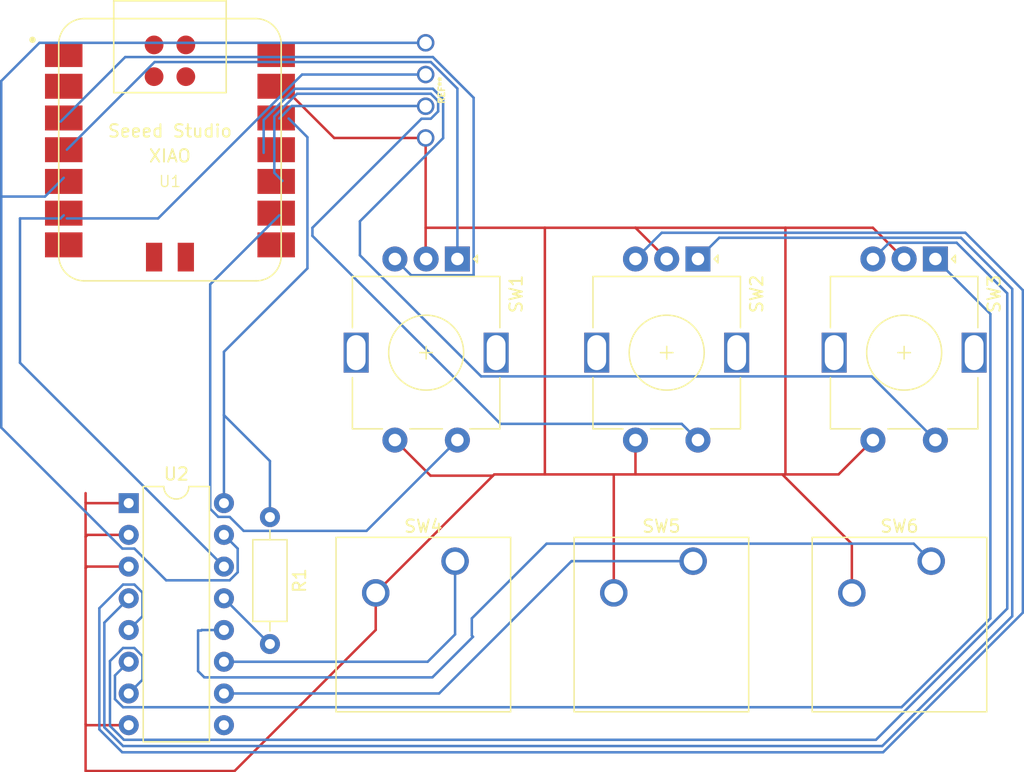
<source format=kicad_pcb>
(kicad_pcb (version 20240108) (generator "pcbnew") (generator_version "8.0")
  (layers (0 "F.Cu" signal) (31 "B.Cu" signal) (34 "B.Paste" user) (35 "F.Paste" user) (36 "B.SilkS" user "B.Silkscreen") (37 "F.SilkS" user "F.Silkscreen") (38 "B.Mask" user) (39 "F.Mask" user) (44 "Edge.Cuts" user))
  (net 0 "")
  (net 1 "VCC")
  (net 2 "GND")
  (net 3 "Net-(U1-PA7_A8_D8_SCK)")
  (net 4 "Net-(U1-PA5_A9_D9_MISO)")
  (net 5 "Net-(U1-PA11_A3_D3)")
  (net 6 "Net-(U1-PA10_A2_D2)")
  (net 7 "Net-(U1-PA6_A10_D10_MOSI)")
  (net 9 "Net-(OL1-SCL)")
  (net 10 "Net-(OL1-SDA)")
  (net 11 "Net-(U2-P1)")
  (net 12 "Net-(U2-P0)")
  (net 13 "Net-(U2-P2)")
  (net 14 "Net-(U2-P3)")
  (net 15 "Net-(U2-P6)")
  (net 16 "Net-(U2-P5)")
  (net 17 "Net-(U2-P7)")
  (net 18 "IO_INT")
  (footprint "Resistor_THT:R_Axial_DIN0207_L6.3mm_D2.5mm_P10.16mm_Horizontal" (layer "F.Cu") (at 143.935 127.285 -90)
    (property "Reference" "R1" (at 5.08 -2.37 90) (layer "F.SilkS"))
    (property "Value" "10k")
    (fp_line (start 1.81 1.37) (end 8.35 1.37) (stroke (width 0.12)) (layer "F.SilkS"))
    (fp_line (start 8.35 1.37) (end 8.35 -1.37) (stroke (width 0.12)) (layer "F.SilkS"))
    (fp_line (start 1.04 0) (end 1.81 0) (stroke (width 0.12)) (layer "F.SilkS"))
    (fp_line (start 9.12 0) (end 8.35 0) (stroke (width 0.12)) (layer "F.SilkS"))
    (fp_line (start 1.81 -1.37) (end 1.81 1.37) (stroke (width 0.12)) (layer "F.SilkS"))
    (fp_line (start 8.35 -1.37) (end 1.81 -1.37) (stroke (width 0.12)) (layer "F.SilkS"))
    (pad "1" thru_hole circle (at 0 0 270) (size 1.6 1.6) (drill 0.8) (layers "*.Cu" "*.Mask") (net 1 "VCC"))
    (pad "2" thru_hole oval (at 10.16 0 270) (size 1.6 1.6) (drill 0.8) (layers "*.Cu" "*.Mask") (net 18 "IO_INT"))
  )
  (footprint "Rotary_Encoder:RotaryEncoder_Alps_EC11E-Switch_Vertical_H20mm" (layer "F.Cu") (at 197.185 106.615 -90)
    (property "Reference" "SW3" (at 2.8 -4.7 90) (layer "F.SilkS"))
    (property "Value" "RotaryEncoder_Switch")
    (fp_line (start 5.5 8.4) (end 1.4 8.4) (stroke (width 0.12)) (layer "F.SilkS"))
    (fp_line (start 13.6 8.4) (end 9.5 8.4) (stroke (width 0.12)) (layer "F.SilkS"))
    (fp_line (start 13.6 6) (end 13.6 8.4) (stroke (width 0.12)) (layer "F.SilkS"))
    (fp_line (start 7 2.5) (end 8 2.5) (stroke (width 0.12)) (layer "F.SilkS"))
    (fp_line (start 7.5 2) (end 7.5 3) (stroke (width 0.12)) (layer "F.SilkS"))
    (fp_line (start 13.6 1.2) (end 13.6 3.8) (stroke (width 0.12)) (layer "F.SilkS"))
    (fp_line (start 0 -1.3) (end -0.3 -1.6) (stroke (width 0.12)) (layer "F.SilkS"))
    (fp_line (start -0.3 -1.6) (end 0.3 -1.6) (stroke (width 0.12)) (layer "F.SilkS"))
    (fp_line (start 0.3 -1.6) (end 0 -1.3) (stroke (width 0.12)) (layer "F.SilkS"))
    (fp_line (start 1.4 -3.4) (end 1.4 8.4) (stroke (width 0.12)) (layer "F.SilkS"))
    (fp_line (start 5.5 -3.4) (end 1.4 -3.4) (stroke (width 0.12)) (layer "F.SilkS"))
    (fp_line (start 9.5 -3.4) (end 13.6 -3.4) (stroke (width 0.12)) (layer "F.SilkS"))
    (fp_line (start 13.6 -3.4) (end 13.6 -1) (stroke (width 0.12)) (layer "F.SilkS"))
    (fp_circle (center 7.5 2.5) (end 10.5 2.5) (stroke (width 0.12)) (fill none) (layer "F.SilkS"))
    (pad "A" thru_hole rect (at 0 0 270) (size 2 2) (drill 1) (layers "*.Cu" "*.Mask") (net 13 "Net-(U2-P2)"))
    (pad "B" thru_hole circle (at 0 5 270) (size 2 2) (drill 1) (layers "*.Cu" "*.Mask") (net 14 "Net-(U2-P3)"))
    (pad "C" thru_hole circle (at 0 2.5 270) (size 2 2) (drill 1) (layers "*.Cu" "*.Mask") (net 2 "GND"))
    (pad "MP" thru_hole rect (at 7.5 -3.1 270) (size 3.2 2) (drill oval 2.8 1.5) (layers "*.Cu" "*.Mask"))
    (pad "MP" thru_hole rect (at 7.5 8.1 270) (size 3.2 2) (drill oval 2.8 1.5) (layers "*.Cu" "*.Mask"))
    (pad "S1" thru_hole circle (at 14.5 5 270) (size 2 2) (drill 1) (layers "*.Cu" "*.Mask") (net 2 "GND"))
    (pad "S2" thru_hole circle (at 14.5 0 270) (size 2 2) (drill 1) (layers "*.Cu" "*.Mask") (net 7 "Net-(U1-PA6_A10_D10_MOSI)"))
  )
  (footprint "Button_Switch_Keyboard:SW_Cherry_MX_1.00u_PCB" (layer "F.Cu") (at 196.85 130.81)
    (property "Reference" "SW6" (at -2.54 -2.794 0) (layer "F.SilkS"))
    (property "Value" "SW_Push")
    (fp_line (start -9.525 -1.905) (end 4.445 -1.905) (stroke (width 0.12)) (layer "F.SilkS"))
    (fp_line (start -9.525 12.065) (end -9.525 -1.905) (stroke (width 0.12)) (layer "F.SilkS"))
    (fp_line (start 4.445 -1.905) (end 4.445 12.065) (stroke (width 0.12)) (layer "F.SilkS"))
    (fp_line (start 4.445 12.065) (end -9.525 12.065) (stroke (width 0.12)) (layer "F.SilkS"))
    (pad "" np_thru_hole circle (at -7.62 5.08) (size 1.7 1.7) (drill 1.7) (layers "*.Cu" "*.Mask"))
    (pad "" np_thru_hole circle (at -2.54 5.08) (size 4 4) (drill 4) (layers "*.Cu" "*.Mask"))
    (pad "" np_thru_hole circle (at 2.54 5.08) (size 1.7 1.7) (drill 1.7) (layers "*.Cu" "*.Mask"))
    (pad "1" thru_hole circle (at 0 0) (size 2.2 2.2) (drill 1.5) (layers "*.Cu" "*.Mask") (net 17 "Net-(U2-P7)"))
    (pad "2" thru_hole circle (at -6.35 2.54) (size 2.2 2.2) (drill 1.5) (layers "*.Cu" "*.Mask") (net 2 "GND"))
  )
  (footprint "Rotary_Encoder:RotaryEncoder_Alps_EC11E-Switch_Vertical_H20mm" (layer "F.Cu") (at 178.185 106.615 -90)
    (property "Reference" "SW2" (at 2.8 -4.7 90) (layer "F.SilkS"))
    (property "Value" "RotaryEncoder_Switch")
    (fp_line (start 5.5 8.4) (end 1.4 8.4) (stroke (width 0.12)) (layer "F.SilkS"))
    (fp_line (start 13.6 8.4) (end 9.5 8.4) (stroke (width 0.12)) (layer "F.SilkS"))
    (fp_line (start 13.6 6) (end 13.6 8.4) (stroke (width 0.12)) (layer "F.SilkS"))
    (fp_line (start 7 2.5) (end 8 2.5) (stroke (width 0.12)) (layer "F.SilkS"))
    (fp_line (start 7.5 2) (end 7.5 3) (stroke (width 0.12)) (layer "F.SilkS"))
    (fp_line (start 13.6 1.2) (end 13.6 3.8) (stroke (width 0.12)) (layer "F.SilkS"))
    (fp_line (start 0 -1.3) (end -0.3 -1.6) (stroke (width 0.12)) (layer "F.SilkS"))
    (fp_line (start -0.3 -1.6) (end 0.3 -1.6) (stroke (width 0.12)) (layer "F.SilkS"))
    (fp_line (start 0.3 -1.6) (end 0 -1.3) (stroke (width 0.12)) (layer "F.SilkS"))
    (fp_line (start 1.4 -3.4) (end 1.4 8.4) (stroke (width 0.12)) (layer "F.SilkS"))
    (fp_line (start 5.5 -3.4) (end 1.4 -3.4) (stroke (width 0.12)) (layer "F.SilkS"))
    (fp_line (start 9.5 -3.4) (end 13.6 -3.4) (stroke (width 0.12)) (layer "F.SilkS"))
    (fp_line (start 13.6 -3.4) (end 13.6 -1) (stroke (width 0.12)) (layer "F.SilkS"))
    (fp_circle (center 7.5 2.5) (end 10.5 2.5) (stroke (width 0.12)) (fill none) (layer "F.SilkS"))
    (pad "A" thru_hole rect (at 0 0 270) (size 2 2) (drill 1) (layers "*.Cu" "*.Mask") (net 12 "Net-(U2-P0)"))
    (pad "B" thru_hole circle (at 0 5 270) (size 2 2) (drill 1) (layers "*.Cu" "*.Mask") (net 11 "Net-(U2-P1)"))
    (pad "C" thru_hole circle (at 0 2.5 270) (size 2 2) (drill 1) (layers "*.Cu" "*.Mask") (net 2 "GND"))
    (pad "MP" thru_hole rect (at 7.5 -3.1 270) (size 3.2 2) (drill oval 2.8 1.5) (layers "*.Cu" "*.Mask"))
    (pad "MP" thru_hole rect (at 7.5 8.1 270) (size 3.2 2) (drill oval 2.8 1.5) (layers "*.Cu" "*.Mask"))
    (pad "S1" thru_hole circle (at 14.5 5 270) (size 2 2) (drill 1) (layers "*.Cu" "*.Mask") (net 2 "GND"))
    (pad "S2" thru_hole circle (at 14.5 0 270) (size 2 2) (drill 1) (layers "*.Cu" "*.Mask") (net 4 "Net-(U1-PA5_A9_D9_MISO)"))
  )
  (footprint "Rotary_Encoder:RotaryEncoder_Alps_EC11E-Switch_Vertical_H20mm" (layer "F.Cu") (at 158.935 106.615 -90)
    (property "Reference" "SW1" (at 2.8 -4.7 90) (layer "F.SilkS"))
    (property "Value" "RotaryEncoder_Switch")
    (fp_line (start 5.5 8.4) (end 1.4 8.4) (stroke (width 0.12)) (layer "F.SilkS"))
    (fp_line (start 13.6 8.4) (end 9.5 8.4) (stroke (width 0.12)) (layer "F.SilkS"))
    (fp_line (start 13.6 6) (end 13.6 8.4) (stroke (width 0.12)) (layer "F.SilkS"))
    (fp_line (start 7 2.5) (end 8 2.5) (stroke (width 0.12)) (layer "F.SilkS"))
    (fp_line (start 7.5 2) (end 7.5 3) (stroke (width 0.12)) (layer "F.SilkS"))
    (fp_line (start 13.6 1.2) (end 13.6 3.8) (stroke (width 0.12)) (layer "F.SilkS"))
    (fp_line (start 0 -1.3) (end -0.3 -1.6) (stroke (width 0.12)) (layer "F.SilkS"))
    (fp_line (start -0.3 -1.6) (end 0.3 -1.6) (stroke (width 0.12)) (layer "F.SilkS"))
    (fp_line (start 0.3 -1.6) (end 0 -1.3) (stroke (width 0.12)) (layer "F.SilkS"))
    (fp_line (start 1.4 -3.4) (end 1.4 8.4) (stroke (width 0.12)) (layer "F.SilkS"))
    (fp_line (start 5.5 -3.4) (end 1.4 -3.4) (stroke (width 0.12)) (layer "F.SilkS"))
    (fp_line (start 9.5 -3.4) (end 13.6 -3.4) (stroke (width 0.12)) (layer "F.SilkS"))
    (fp_line (start 13.6 -3.4) (end 13.6 -1) (stroke (width 0.12)) (layer "F.SilkS"))
    (fp_circle (center 7.5 2.5) (end 10.5 2.5) (stroke (width 0.12)) (fill none) (layer "F.SilkS"))
    (pad "A" thru_hole rect (at 0 0 270) (size 2 2) (drill 1) (layers "*.Cu" "*.Mask") (net 5 "Net-(U1-PA11_A3_D3)"))
    (pad "B" thru_hole circle (at 0 5 270) (size 2 2) (drill 1) (layers "*.Cu" "*.Mask") (net 6 "Net-(U1-PA10_A2_D2)"))
    (pad "C" thru_hole circle (at 0 2.5 270) (size 2 2) (drill 1) (layers "*.Cu" "*.Mask") (net 2 "GND"))
    (pad "MP" thru_hole rect (at 7.5 -3.1 270) (size 3.2 2) (drill oval 2.8 1.5) (layers "*.Cu" "*.Mask"))
    (pad "MP" thru_hole rect (at 7.5 8.1 270) (size 3.2 2) (drill oval 2.8 1.5) (layers "*.Cu" "*.Mask"))
    (pad "S1" thru_hole circle (at 14.5 5 270) (size 2 2) (drill 1) (layers "*.Cu" "*.Mask") (net 2 "GND"))
    (pad "S2" thru_hole circle (at 14.5 0 270) (size 2 2) (drill 1) (layers "*.Cu" "*.Mask") (net 3 "Net-(U1-PA7_A8_D8_SCK)"))
  )
  (footprint "kbd:OLED" (layer "F.Cu") (at 156.395 93.115 -90)
    (property "Reference" "OL1")
    (property "Value" "OLED" (hide yes))
    (fp_text user "REF**" (at -0.01 -1.28 90) (layer "F.SilkS") (effects (font (size 0.5 0.5) (thickness 0.125) (bold yes))))
    (pad "1" thru_hole circle (at -3.81 0 270) (size 1.4 1.4) (drill 1) (layers "*.Cu" "*.Mask") (net 10 "Net-(OL1-SDA)"))
    (pad "2" thru_hole circle (at -1.27 0 270) (size 1.4 1.4) (drill 1) (layers "*.Cu" "*.Mask") (net 9 "Net-(OL1-SCL)"))
    (pad "3" thru_hole circle (at 1.27 0 270) (size 1.4 1.4) (drill 1) (layers "*.Cu" "*.Mask") (net 1 "VCC"))
    (pad "4" thru_hole circle (at 3.81 0 270) (size 1.4 1.4) (drill 1) (layers "*.Cu" "*.Mask") (net 2 "GND"))
  )
  (footprint "Button_Switch_Keyboard:SW_Cherry_MX_1.00u_PCB" (layer "F.Cu") (at 177.8 130.81)
    (property "Reference" "SW5" (at -2.54 -2.794 0) (layer "F.SilkS"))
    (property "Value" "SW_Push")
    (fp_line (start -9.525 -1.905) (end 4.445 -1.905) (stroke (width 0.12)) (layer "F.SilkS"))
    (fp_line (start -9.525 12.065) (end -9.525 -1.905) (stroke (width 0.12)) (layer "F.SilkS"))
    (fp_line (start 4.445 -1.905) (end 4.445 12.065) (stroke (width 0.12)) (layer "F.SilkS"))
    (fp_line (start 4.445 12.065) (end -9.525 12.065) (stroke (width 0.12)) (layer "F.SilkS"))
    (pad "" np_thru_hole circle (at -7.62 5.08) (size 1.7 1.7) (drill 1.7) (layers "*.Cu" "*.Mask"))
    (pad "" np_thru_hole circle (at -2.54 5.08) (size 4 4) (drill 4) (layers "*.Cu" "*.Mask"))
    (pad "" np_thru_hole circle (at 2.54 5.08) (size 1.7 1.7) (drill 1.7) (layers "*.Cu" "*.Mask"))
    (pad "1" thru_hole circle (at 0 0) (size 2.2 2.2) (drill 1.5) (layers "*.Cu" "*.Mask") (net 16 "Net-(U2-P5)"))
    (pad "2" thru_hole circle (at -6.35 2.54) (size 2.2 2.2) (drill 1.5) (layers "*.Cu" "*.Mask") (net 2 "GND"))
  )
  (footprint "Package_DIP:DIP-16_W7.62mm" (layer "F.Cu") (at 132.635 126.165)
    (property "Reference" "U2" (at 3.81 -2.33 0) (layer "F.SilkS"))
    (property "Value" "PCF8574A")
    (fp_line (start 1.16 -1.33) (end 1.16 19.11) (stroke (width 0.12)) (layer "F.SilkS"))
    (fp_line (start 1.16 19.11) (end 6.46 19.11) (stroke (width 0.12)) (layer "F.SilkS"))
    (fp_line (start 2.81 -1.33) (end 1.16 -1.33) (stroke (width 0.12)) (layer "F.SilkS"))
    (fp_line (start 6.46 -1.33) (end 4.81 -1.33) (stroke (width 0.12)) (layer "F.SilkS"))
    (fp_line (start 6.46 19.11) (end 6.46 -1.33) (stroke (width 0.12)) (layer "F.SilkS"))
    (fp_arc (start 4.81 -1.33) (mid 3.81 -0.33) (end 2.81 -1.33) (stroke (width 0.12)) (layer "F.SilkS"))
    (pad "1" thru_hole rect (at 0 0) (size 1.6 1.6) (drill 0.8) (layers "*.Cu" "*.Mask") (net 2 "GND"))
    (pad "2" thru_hole oval (at 0 2.54) (size 1.6 1.6) (drill 0.8) (layers "*.Cu" "*.Mask") (net 2 "GND"))
    (pad "3" thru_hole oval (at 0 5.08) (size 1.6 1.6) (drill 0.8) (layers "*.Cu" "*.Mask") (net 2 "GND"))
    (pad "4" thru_hole oval (at 0 7.62) (size 1.6 1.6) (drill 0.8) (layers "*.Cu" "*.Mask") (net 12 "Net-(U2-P0)"))
    (pad "5" thru_hole oval (at 0 10.16) (size 1.6 1.6) (drill 0.8) (layers "*.Cu" "*.Mask") (net 11 "Net-(U2-P1)"))
    (pad "6" thru_hole oval (at 0 12.7) (size 1.6 1.6) (drill 0.8) (layers "*.Cu" "*.Mask") (net 13 "Net-(U2-P2)"))
    (pad "7" thru_hole oval (at 0 15.24) (size 1.6 1.6) (drill 0.8) (layers "*.Cu" "*.Mask") (net 14 "Net-(U2-P3)"))
    (pad "8" thru_hole oval (at 0 17.78) (size 1.6 1.6) (drill 0.8) (layers "*.Cu" "*.Mask") (net 2 "GND"))
    (pad "9" thru_hole oval (at 7.62 17.78) (size 1.6 1.6) (drill 0.8) (layers "*.Cu" "*.Mask"))
    (pad "10" thru_hole oval (at 7.62 15.24) (size 1.6 1.6) (drill 0.8) (layers "*.Cu" "*.Mask") (net 16 "Net-(U2-P5)"))
    (pad "11" thru_hole oval (at 7.62 12.7) (size 1.6 1.6) (drill 0.8) (layers "*.Cu" "*.Mask") (net 15 "Net-(U2-P6)"))
    (pad "12" thru_hole oval (at 7.62 10.16) (size 1.6 1.6) (drill 0.8) (layers "*.Cu" "*.Mask") (net 17 "Net-(U2-P7)"))
    (pad "13" thru_hole oval (at 7.62 7.62) (size 1.6 1.6) (drill 0.8) (layers "*.Cu" "*.Mask") (net 18 "IO_INT"))
    (pad "14" thru_hole oval (at 7.62 5.08) (size 1.6 1.6) (drill 0.8) (layers "*.Cu" "*.Mask") (net 9 "Net-(OL1-SCL)"))
    (pad "15" thru_hole oval (at 7.62 2.54) (size 1.6 1.6) (drill 0.8) (layers "*.Cu" "*.Mask") (net 10 "Net-(OL1-SDA)"))
    (pad "16" thru_hole oval (at 7.62 0) (size 1.6 1.6) (drill 0.8) (layers "*.Cu" "*.Mask") (net 1 "VCC"))
  )
  (footprint "Button_Switch_Keyboard:SW_Cherry_MX_1.00u_PCB" (layer "F.Cu") (at 158.75 130.81)
    (property "Reference" "SW4" (at -2.54 -2.794 0) (layer "F.SilkS"))
    (property "Value" "SW_Push")
    (fp_line (start -9.525 -1.905) (end 4.445 -1.905) (stroke (width 0.12)) (layer "F.SilkS"))
    (fp_line (start -9.525 12.065) (end -9.525 -1.905) (stroke (width 0.12)) (layer "F.SilkS"))
    (fp_line (start 4.445 -1.905) (end 4.445 12.065) (stroke (width 0.12)) (layer "F.SilkS"))
    (fp_line (start 4.445 12.065) (end -9.525 12.065) (stroke (width 0.12)) (layer "F.SilkS"))
    (pad "" np_thru_hole circle (at -7.62 5.08) (size 1.7 1.7) (drill 1.7) (layers "*.Cu" "*.Mask"))
    (pad "" np_thru_hole circle (at -2.54 5.08) (size 4 4) (drill 4) (layers "*.Cu" "*.Mask"))
    (pad "" np_thru_hole circle (at 2.54 5.08) (size 1.7 1.7) (drill 1.7) (layers "*.Cu" "*.Mask"))
    (pad "1" thru_hole circle (at 0 0) (size 2.2 2.2) (drill 1.5) (layers "*.Cu" "*.Mask") (net 15 "Net-(U2-P6)"))
    (pad "2" thru_hole circle (at -6.35 2.54) (size 2.2 2.2) (drill 1.5) (layers "*.Cu" "*.Mask") (net 2 "GND"))
  )
  (footprint "Seeed Studio XIAO Series Library:XIAO-SAMD21-RP2040-14P-2.54-21X17.8MM (Seeeduino XIAO)" (layer "F.Cu") (at 135.935 97.865)
    (property "Reference" "U1" (at 0 2.54 0) (layer "F.SilkS") (effects (font (size 0.889 0.889) (thickness 0.1016))))
    (property "Value" "Seeed Studio XIAO SAMD21" (hide yes))
    (fp_line (start -8.9 -8.5) (end -8.9 8.5) (stroke (width 0.127)) (layer "F.SilkS"))
    (fp_line (start -6.9 10.5) (end 6.9 10.5) (stroke (width 0.127)) (layer "F.SilkS"))
    (fp_line (start -4.5 -11.92403) (end 4.5 -11.92403) (stroke (width 0.127)) (layer "F.SilkS"))
    (fp_line (start -4.5 -4.57073) (end -4.5 -11.92403) (stroke (width 0.127)) (layer "F.SilkS"))
    (fp_line (start 4.5 -11.92403) (end 4.5 -4.57073) (stroke (width 0.127)) (layer "F.SilkS"))
    (fp_line (start 4.5 -4.57073) (end -4.5 -4.57073) (stroke (width 0.127)) (layer "F.SilkS"))
    (fp_line (start 6.9 -10.49909) (end -6.9 -10.49909) (stroke (width 0.127)) (layer "F.SilkS"))
    (fp_line (start 8.9 8.5) (end 8.9 -8.5) (stroke (width 0.127)) (layer "F.SilkS"))
    (fp_arc (start -8.9 -8.5) (mid -8.301491 -9.901491) (end -6.9 -10.5) (stroke (width 0.12)) (layer "F.SilkS"))
    (fp_arc (start -6.9 10.5) (mid -8.301423 9.901423) (end -8.9 8.5) (stroke (width 0.12)) (layer "F.SilkS"))
    (fp_arc (start 6.9 -10.5) (mid 8.301492 -9.901492) (end 8.9 -8.5) (stroke (width 0.12)) (layer "F.SilkS"))
    (fp_arc (start 8.9 8.5) (mid 8.314214 9.914214) (end 6.9 10.5) (stroke (width 0.12)) (layer "F.SilkS"))
    (fp_circle (center -11 -8.8) (end -11 -9.054) (fill solid) (layer "F.SilkS"))
    (fp_poly (pts (xy -8.887715 -8.561705) (xy -8.884667 -8.610473) (xy -8.880603 -8.659494)) (stroke (width 0.0254)) (fill none) (layer "F.SilkS"))
    (fp_poly (pts (xy 8.889492 8.521574) (xy 8.887713 8.57085) (xy 8.884665 8.619618) (xy 8.880601 8.668639) (xy 8.875268 8.717407) (xy 8.868664 8.766175) (xy 8.861044 8.81469) (xy 8.852153 8.86295) (xy 8.842248 8.910955)) (stroke (width 0.0254)) (fill none) (layer "F.SilkS"))
    (fp_text user "XIAO" (at 0 0.5 0) (layer "F.SilkS"))
    (fp_text user "Seeed Studio" (at 0 -1.5 0) (layer "F.SilkS"))
    (pad "1" smd rect (at -8.5 -7.62) (size 3 2) (layers "F.Cu" "F.Paste" "F.Mask"))
    (pad "2" smd rect (at -8.5 -5.08) (size 3 2) (layers "F.Cu" "F.Paste" "F.Mask"))
    (pad "3" smd rect (at -8.5 -2.54) (size 3 2) (layers "F.Cu" "F.Paste" "F.Mask") (net 6 "Net-(U1-PA10_A2_D2)"))
    (pad "4" smd rect (at -8.5 0) (size 3 2) (layers "F.Cu" "F.Paste" "F.Mask") (net 5 "Net-(U1-PA11_A3_D3)"))
    (pad "5" smd rect (at -8.5 2.54) (size 3 2) (layers "F.Cu" "F.Paste" "F.Mask") (net 10 "Net-(OL1-SDA)"))
    (pad "6" smd rect (at -8.5 5.08 180) (size 3 2) (layers "F.Cu" "F.Paste" "F.Mask") (net 9 "Net-(OL1-SCL)"))
    (pad "7" smd rect (at -8.5 7.62) (size 3 2) (layers "F.Cu" "F.Paste" "F.Mask") (net 18 "IO_INT"))
    (pad "8" smd rect (at 8.5 7.62) (size 3 2) (layers "F.Cu" "F.Paste" "F.Mask"))
    (pad "9" smd rect (at 8.5 5.08) (size 3 2) (layers "F.Cu" "F.Paste" "F.Mask") (net 3 "Net-(U1-PA7_A8_D8_SCK)"))
    (pad "10" smd rect (at 8.5 2.54) (size 3 2) (layers "F.Cu" "F.Paste" "F.Mask") (net 4 "Net-(U1-PA5_A9_D9_MISO)"))
    (pad "11" smd rect (at 8.5 0) (size 3 2) (layers "F.Cu" "F.Paste" "F.Mask") (net 7 "Net-(U1-PA6_A10_D10_MOSI)"))
    (pad "12" smd rect (at 8.5 -2.54) (size 3 2) (layers "F.Cu" "F.Paste" "F.Mask") (net 1 "VCC"))
    (pad "13" smd rect (at 8.5 -5.08) (size 3 2) (layers "F.Cu" "F.Paste" "F.Mask") (net 2 "GND"))
    (pad "14" smd rect (at 8.5 -7.62) (size 3 2) (layers "F.Cu" "F.Paste" "F.Mask"))
    (pad "15" smd circle (at -1.27 -8.39 90) (size 1.5 1.5) (layers "F.Cu" "F.Paste" "F.Mask"))
    (pad "16" smd circle (at 1.27 -8.39 90) (size 1.5 1.5) (layers "F.Cu" "F.Paste" "F.Mask") (net 2 "GND"))
    (pad "17" smd circle (at -1.27 -5.85 90) (size 1.5 1.5) (layers "F.Cu" "F.Paste" "F.Mask"))
    (pad "18" smd circle (at 1.27 -5.85 90) (size 1.5 1.5) (layers "F.Cu" "F.Paste" "F.Mask"))
    (pad "19" smd rect (at -1.27 8.6 90) (size 2.3 1.3) (layers "F.Cu" "F.Paste" "F.Mask"))
    (pad "20" smd rect (at 1.27 8.6 90) (size 2.3 1.3) (layers "F.Cu" "F.Paste" "F.Mask"))
  )
  (segment (start 146.935 107.365) (end 146.935 96.865) (width 0.2) (layer "B.Cu") (net 1))
  (segment (start 140.255 119.115) (end 140.255 114.045) (width 0.2) (layer "B.Cu") (net 1))
  (segment (start 156.435 94.365) (end 145.685 94.365) (width 0.2) (layer "B.Cu") (net 1))
  (segment (start 146.935 96.865) (end 145.435 95.365) (width 0.2) (layer "B.Cu") (net 1))
  (segment (start 143.935 122.795) (end 140.255 119.115) (width 0.2) (layer "B.Cu") (net 1))
  (segment (start 145.685 94.365) (end 144.685 95.365) (width 0.2) (layer "B.Cu") (net 1))
  (segment (start 140.255 114.045) (end 146.935 107.365) (width 0.2) (layer "B.Cu") (net 1))
  (segment (start 143.935 127.285) (end 143.935 122.795) (width 0.2) (layer "B.Cu") (net 1))
  (segment (start 140.255 126.165) (end 140.255 119.115) (width 0.2) (layer "B.Cu") (net 1))
  (segment (start 156.415 94.385) (end 156.435 94.365) (width 0.2) (layer "B.Cu") (net 1))
  (segment (start 156.395 94.385) (end 156.415 94.385) (width 0.2) (layer "B.Cu") (net 1))
  (segment (start 161.785 123.965) (end 161.885 123.865) (width 0.2) (layer "F.Cu") (net 2))
  (segment (start 144.935 92.785) (end 149.075 96.925) (width 0.2) (layer "F.Cu") (net 2))
  (segment (start 165.935 123.865) (end 171.435 123.865) (width 0.2) (layer "F.Cu") (net 2))
  (segment (start 129.185 126.115) (end 129.185 125.365) (width 0.2) (layer "F.Cu") (net 2))
  (segment (start 152.4 133.35) (end 152.4 136.317056) (width 0.2) (layer "F.Cu") (net 2))
  (segment (start 173.185 121.115) (end 173.185 123.865) (width 0.2) (layer "F.Cu") (net 2))
  (segment (start 129.185 147.615) (end 129.185 143.865) (width 0.2) (layer "F.Cu") (net 2))
  (segment (start 171.435 123.865) (end 173.185 123.865) (width 0.2) (layer "F.Cu") (net 2))
  (segment (start 132.635 131.245) (end 129.305 131.245) (width 0.2) (layer "F.Cu") (net 2))
  (segment (start 156.785 123.965) (end 161.785 123.965) (width 0.2) (layer "F.Cu") (net 2))
  (segment (start 129.185 131.365) (end 129.185 128.865) (width 0.2) (layer "F.Cu") (net 2))
  (segment (start 144.435 92.785) (end 144.935 92.785) (width 0.2) (layer "F.Cu") (net 2))
  (segment (start 132.635 126.165) (end 129.235 126.165) (width 0.2) (layer "F.Cu") (net 2))
  (segment (start 184.935 123.865) (end 185.185 123.865) (width 0.2) (layer "F.Cu") (net 2))
  (segment (start 171.45 123.88) (end 171.435 123.865) (width 0.2) (layer "F.Cu") (net 2))
  (segment (start 129.265 143.945) (end 129.185 143.865) (width 0.2) (layer "F.Cu") (net 2))
  (segment (start 175.685 106.615) (end 173.185 104.115) (width 0.2) (layer "F.Cu") (net 2))
  (segment (start 165.935 104.115) (end 165.935 123.865) (width 0.2) (layer "F.Cu") (net 2))
  (segment (start 153.935 121.115) (end 156.785 123.965) (width 0.2) (layer "F.Cu") (net 2))
  (segment (start 132.635 128.705) (end 129.345 128.705) (width 0.2) (layer "F.Cu") (net 2))
  (segment (start 129.185 128.865) (end 129.185 126.115) (width 0.2) (layer "F.Cu") (net 2))
  (segment (start 194.685 106.615) (end 192.185 104.115) (width 0.2) (layer "F.Cu") (net 2))
  (segment (start 132.635 143.945) (end 129.265 143.945) (width 0.2) (layer "F.Cu") (net 2))
  (segment (start 129.345 128.705) (end 129.185 128.865) (width 0.2) (layer "F.Cu") (net 2))
  (segment (start 149.075 96.925) (end 156.395 96.925) (width 0.2) (layer "F.Cu") (net 2))
  (segment (start 185.185 104.115) (end 173.185 104.115) (width 0.2) (layer "F.Cu") (net 2))
  (segment (start 152.4 133.35) (end 161.785 123.965) (width 0.2) (layer "F.Cu") (net 2))
  (segment (start 192.185 104.115) (end 185.185 104.115) (width 0.2) (layer "F.Cu") (net 2))
  (segment (start 190.5 133.35) (end 190.5 129.43) (width 0.2) (layer "F.Cu") (net 2))
  (segment (start 156.395 96.925) (end 156.395 104.115) (width 0.2) (layer "F.Cu") (net 2))
  (segment (start 129.305 131.245) (end 129.185 131.365) (width 0.2) (layer "F.Cu") (net 2))
  (segment (start 185.185 123.865) (end 185.185 104.115) (width 0.2) (layer "F.Cu") (net 2))
  (segment (start 190.5 129.43) (end 184.935 123.865) (width 0.2) (layer "F.Cu") (net 2))
  (segment (start 173.185 104.115) (end 165.935 104.115) (width 0.2) (layer "F.Cu") (net 2))
  (segment (start 171.45 133.35) (end 171.45 123.88) (width 0.2) (layer "F.Cu") (net 2))
  (segment (start 189.435 123.865) (end 185.185 123.865) (width 0.2) (layer "F.Cu") (net 2))
  (segment (start 141.102056 147.615) (end 129.185 147.615) (width 0.2) (layer "F.Cu") (net 2))
  (segment (start 161.885 123.865) (end 165.935 123.865) (width 0.2) (layer "F.Cu") (net 2))
  (segment (start 173.185 123.865) (end 184.935 123.865) (width 0.2) (layer "F.Cu") (net 2))
  (segment (start 129.185 143.865) (end 129.185 131.365) (width 0.2) (layer "F.Cu") (net 2))
  (segment (start 165.935 104.115) (end 156.395 104.115) (width 0.2) (layer "F.Cu") (net 2))
  (segment (start 156.395 106.575) (end 156.435 106.615) (width 0.2) (layer "F.Cu") (net 2))
  (segment (start 192.185 121.115) (end 189.435 123.865) (width 0.2) (layer "F.Cu") (net 2))
  (segment (start 152.4 136.317056) (end 141.102056 147.615) (width 0.2) (layer "F.Cu") (net 2))
  (segment (start 129.235 126.165) (end 129.185 126.115) (width 0.2) (layer "F.Cu") (net 2))
  (segment (start 156.395 104.115) (end 156.395 106.575) (width 0.2) (layer "F.Cu") (net 2))
  (segment (start 140.710635 127.265) (end 139.799365 127.265) (width 0.2) (layer "B.Cu") (net 3))
  (segment (start 139.799365 127.265) (end 139.155 126.620635) (width 0.2) (layer "B.Cu") (net 3))
  (segment (start 141.830635 128.385) (end 140.710635 127.265) (width 0.2) (layer "B.Cu") (net 3))
  (segment (start 158.935 121.115) (end 151.665 128.385) (width 0.2) (layer "B.Cu") (net 3))
  (segment (start 139.155 126.620635) (end 139.155 108.645) (width 0.2) (layer "B.Cu") (net 3))
  (segment (start 139.155 108.645) (end 144.685 103.115) (width 0.2) (layer "B.Cu") (net 3))
  (segment (start 151.665 128.385) (end 141.830635 128.385) (width 0.2) (layer "B.Cu") (net 3))
  (segment (start 147.335 104.115) (end 156.065 95.385) (width 0.2) (layer "B.Cu") (net 4))
  (segment (start 176.885 119.815) (end 162.385 119.815) (width 0.2) (layer "B.Cu") (net 4))
  (segment (start 156.809214 95.385) (end 157.395 94.799214) (width 0.2) (layer "B.Cu") (net 4))
  (segment (start 147.335 104.765) (end 147.335 104.115) (width 0.2) (layer "B.Cu") (net 4))
  (segment (start 144.285 95.199314) (end 144.285 99.715) (width 0.2) (layer "B.Cu") (net 4))
  (segment (start 162.385 119.815) (end 147.335 104.765) (width 0.2) (layer "B.Cu") (net 4))
  (segment (start 157.395 93.970786) (end 156.809214 93.385) (width 0.2) (layer "B.Cu") (net 4))
  (segment (start 157.395 94.799214) (end 157.395 93.970786) (width 0.2) (layer "B.Cu") (net 4))
  (segment (start 144.285 99.715) (end 144.935 100.365) (width 0.2) (layer "B.Cu") (net 4))
  (segment (start 178.185 121.115) (end 176.885 119.815) (width 0.2) (layer "B.Cu") (net 4))
  (segment (start 156.809214 93.385) (end 146.099314 93.385) (width 0.2) (layer "B.Cu") (net 4))
  (segment (start 156.065 95.385) (end 156.809214 95.385) (width 0.2) (layer "B.Cu") (net 4))
  (segment (start 146.099314 93.385) (end 144.285 95.199314) (width 0.2) (layer "B.Cu") (net 4))
  (segment (start 158.935 106.615) (end 158.935 92.970786) (width 0.2) (layer "B.Cu") (net 5))
  (segment (start 156.809214 90.845) (end 134.705 90.845) (width 0.2) (layer "B.Cu") (net 5))
  (segment (start 134.705 90.845) (end 127.685 97.865) (width 0.2) (layer "B.Cu") (net 5))
  (segment (start 158.935 92.970786) (end 156.809214 90.845) (width 0.2) (layer "B.Cu") (net 5))
  (segment (start 153.935 106.615) (end 155.235 107.915) (width 0.2) (layer "B.Cu") (net 6))
  (segment (start 132.355 90.445) (end 127.185 95.615) (width 0.2) (layer "B.Cu") (net 6))
  (segment (start 160.235 107.915) (end 160.235 93.7051) (width 0.2) (layer "B.Cu") (net 6))
  (segment (start 160.235 93.7051) (end 156.9749 90.445) (width 0.2) (layer "B.Cu") (net 6))
  (segment (start 155.235 107.915) (end 160.235 107.915) (width 0.2) (layer "B.Cu") (net 6))
  (segment (start 156.9749 90.445) (end 132.355 90.445) (width 0.2) (layer "B.Cu") (net 6))
  (segment (start 197.185 121.115) (end 192.085 116.015) (width 0.2) (layer "B.Cu") (net 7))
  (segment (start 192.085 116.015) (end 160.835 116.015) (width 0.2) (layer "B.Cu") (net 7))
  (segment (start 157.795 96.939214) (end 157.795 93.8051) (width 0.2) (layer "B.Cu") (net 7))
  (segment (start 151.136371 106.316371) (end 151.136371 103.597843) (width 0.2) (layer "B.Cu") (net 7))
  (segment (start 143.435 95.483628) (end 143.435 98.115) (width 0.2) (layer "B.Cu") (net 7))
  (segment (start 156.9749 92.985) (end 145.933628 92.985) (width 0.2) (layer "B.Cu") (net 7))
  (segment (start 157.795 93.8051) (end 156.9749 92.985) (width 0.2) (layer "B.Cu") (net 7))
  (segment (start 160.835 116.015) (end 151.136371 106.316371) (width 0.2) (layer "B.Cu") (net 7))
  (segment (start 145.933628 92.985) (end 143.435 95.483628) (width 0.2) (layer "B.Cu") (net 7))
  (segment (start 151.136371 103.597843) (end 157.795 96.939214) (width 0.2) (layer "B.Cu") (net 7))
  (segment (start 140.255 131.245) (end 123.935 114.925) (width 0.2) (layer "B.Cu") (net 9))
  (segment (start 156.395 91.845) (end 146.507942 91.845) (width 0.2) (layer "B.Cu") (net 9))
  (segment (start 134.987942 103.365) (end 127.685 103.365) (width 0.2) (layer "B.Cu") (net 9))
  (segment (start 123.935 103.365) (end 127.185 103.365) (width 0.2) (layer "B.Cu") (net 9))
  (segment (start 123.935 114.925) (end 123.935 103.365) (width 0.2) (layer "B.Cu") (net 9))
  (segment (start 146.507942 91.845) (end 134.987942 103.365) (width 0.2) (layer "B.Cu") (net 9))
  (segment (start 127.185 103.365) (end 127.435 103.115) (width 0.2) (layer "B.Cu") (net 9))
  (segment (start 132.125 129.805) (end 122.435 120.115) (width 0.2) (layer "B.Cu") (net 10))
  (segment (start 156.395 89.305) (end 125.495 89.305) (width 0.2) (layer "B.Cu") (net 10))
  (segment (start 141.355 131.700635) (end 140.710635 132.345) (width 0.2) (layer "B.Cu") (net 10))
  (segment (start 125.495 89.305) (end 122.435 92.365) (width 0.2) (layer "B.Cu") (net 10))
  (segment (start 140.255 128.705) (end 141.355 129.805) (width 0.2) (layer "B.Cu") (net 10))
  (segment (start 122.435 102.115) (end 122.435 101.615) (width 0.2) (layer "B.Cu") (net 10))
  (segment (start 141.355 129.805) (end 141.355 131.700635) (width 0.2) (layer "B.Cu") (net 10))
  (segment (start 140.710635 132.345) (end 135.630635 132.345) (width 0.2) (layer "B.Cu") (net 10))
  (segment (start 125.935 101.615) (end 127.435 100.115) (width 0.2) (layer "B.Cu") (net 10))
  (segment (start 133.090635 129.805) (end 132.125 129.805) (width 0.2) (layer "B.Cu") (net 10))
  (segment (start 135.630635 132.345) (end 133.090635 129.805) (width 0.2) (layer "B.Cu") (net 10))
  (segment (start 122.435 101.615) (end 125.935 101.615) (width 0.2) (layer "B.Cu") (net 10))
  (segment (start 122.435 92.365) (end 122.435 102.115) (width 0.2) (layer "B.Cu") (net 10))
  (segment (start 122.435 120.115) (end 122.435 102.115) (width 0.2) (layer "B.Cu") (net 10))
  (segment (start 132.117993 146.115) (end 130.285 144.282007) (width 0.2) (layer "B.Cu") (net 11))
  (segment (start 132.179365 132.685) (end 133.090635 132.685) (width 0.2) (layer "B.Cu") (net 11))
  (segment (start 193.000686 146.115) (end 132.117993 146.115) (width 0.2) (layer "B.Cu") (net 11))
  (segment (start 133.735 133.329365) (end 133.735 135.225) (width 0.2) (layer "B.Cu") (net 11))
  (segment (start 204.185 109.115) (end 204.185 134.930686) (width 0.2) (layer "B.Cu") (net 11))
  (segment (start 130.285 134.579365) (end 132.179365 132.685) (width 0.2) (layer "B.Cu") (net 11))
  (segment (start 199.585 104.515) (end 204.185 109.115) (width 0.2) (layer "B.Cu") (net 11))
  (segment (start 133.090635 132.685) (end 133.735 133.329365) (width 0.2) (layer "B.Cu") (net 11))
  (segment (start 175.285 104.515) (end 199.585 104.515) (width 0.2) (layer "B.Cu") (net 11))
  (segment (start 204.185 134.930686) (end 193.000686 146.115) (width 0.2) (layer "B.Cu") (net 11))
  (segment (start 130.285 144.282007) (end 130.285 134.579365) (width 0.2) (layer "B.Cu") (net 11))
  (segment (start 133.735 135.225) (end 132.635 136.325) (width 0.2) (layer "B.Cu") (net 11))
  (segment (start 173.185 106.615) (end 175.285 104.515) (width 0.2) (layer "B.Cu") (net 11))
  (segment (start 179.885 104.915) (end 199.235 104.915) (width 0.2) (layer "B.Cu") (net 12))
  (segment (start 132.183679 145.615) (end 130.685 144.116321) (width 0.2) (layer "B.Cu") (net 12))
  (segment (start 203.335 109.015) (end 203.335 135.215) (width 0.2) (layer "B.Cu") (net 12))
  (segment (start 192.935 145.615) (end 132.183679 145.615) (width 0.2) (layer "B.Cu") (net 12))
  (segment (start 178.185 106.615) (end 179.885 104.915) (width 0.2) (layer "B.Cu") (net 12))
  (segment (start 199.235 104.915) (end 203.335 109.015) (width 0.2) (layer "B.Cu") (net 12))
  (segment (start 203.335 135.215) (end 192.935 145.615) (width 0.2) (layer "B.Cu") (net 12))
  (segment (start 130.685 135.735) (end 132.635 133.785) (width 0.2) (layer "B.Cu") (net 12))
  (segment (start 130.685 144.116321) (end 130.685 135.735) (width 0.2) (layer "B.Cu") (net 12))
  (segment (start 201.585 135.392056) (end 194.472056 142.505) (width 0.2) (layer "B.Cu") (net 13))
  (segment (start 131.535 139.965) (end 132.635 138.865) (width 0.2) (layer "B.Cu") (net 13))
  (segment (start 131.535 141.860635) (end 131.535 139.965) (width 0.2) (layer "B.Cu") (net 13))
  (segment (start 201.585 111.015) (end 201.585 135.392056) (width 0.2) (layer "B.Cu") (net 13))
  (segment (start 194.472056 142.505) (end 132.179365 142.505) (width 0.2) (layer "B.Cu") (net 13))
  (segment (start 197.185 106.615) (end 201.585 111.015) (width 0.2) (layer "B.Cu") (net 13))
  (segment (start 132.179365 142.505) (end 131.535 141.860635) (width 0.2) (layer "B.Cu") (net 13))
  (segment (start 202.935 134.607742) (end 192.427742 145.115) (width 0.2) (layer "B.Cu") (net 14))
  (segment (start 192.185 106.615) (end 193.485 105.315) (width 0.2) (layer "B.Cu") (net 14))
  (segment (start 131.135 138.809365) (end 132.179365 137.765) (width 0.2) (layer "B.Cu") (net 14))
  (segment (start 198.885 105.315) (end 202.935 109.365) (width 0.2) (layer "B.Cu") (net 14))
  (segment (start 132.249365 145.115) (end 131.135 144.000635) (width 0.2) (layer "B.Cu") (net 14))
  (segment (start 133.090635 137.765) (end 133.735 138.409365) (width 0.2) (layer "B.Cu") (net 14))
  (segment (start 133.735 138.409365) (end 133.735 140.305) (width 0.2) (layer "B.Cu") (net 14))
  (segment (start 131.135 144.000635) (end 131.135 138.809365) (width 0.2) (layer "B.Cu") (net 14))
  (segment (start 202.935 109.365) (end 202.935 134.607742) (width 0.2) (layer "B.Cu") (net 14))
  (segment (start 193.485 105.315) (end 198.885 105.315) (width 0.2) (layer "B.Cu") (net 14))
  (segment (start 192.427742 145.115) (end 132.249365 145.115) (width 0.2) (layer "B.Cu") (net 14))
  (segment (start 132.179365 137.765) (end 133.090635 137.765) (width 0.2) (layer "B.Cu") (net 14))
  (segment (start 133.735 140.305) (end 132.635 141.405) (width 0.2) (layer "B.Cu") (net 14))
  (segment (start 158.75 136.673402) (end 156.558402 138.865) (width 0.2) (layer "B.Cu") (net 15))
  (segment (start 158.75 130.81) (end 158.75 136.673402) (width 0.2) (layer "B.Cu") (net 15))
  (segment (start 156.558402 138.865) (end 140.255 138.865) (width 0.2) (layer "B.Cu") (net 15))
  (segment (start 157.472056 141.405) (end 140.255 141.405) (width 0.2) (layer "B.Cu") (net 16))
  (segment (start 168.067056 130.81) (end 157.472056 141.405) (width 0.2) (layer "B.Cu") (net 16))
  (segment (start 177.8 130.81) (end 168.067056 130.81) (width 0.2) (layer "B.Cu") (net 16))
  (segment (start 138.185 139.615) (end 138.185 136.365) (width 0.2) (layer "B.Cu") (net 17))
  (segment (start 160.09 136.77) (end 160.185 136.865) (width 0.2) (layer "B.Cu") (net 17))
  (segment (start 160.09 135.392944) (end 160.09 136.77) (width 0.2) (layer "B.Cu") (net 17))
  (segment (start 138.185 136.365) (end 138.435 136.365) (width 0.2) (layer "B.Cu") (net 17))
  (segment (start 138.435 136.365) (end 138.475 136.325) (width 0.2) (layer "B.Cu") (net 17))
  (segment (start 196.85 130.81) (end 195.45 129.41) (width 0.2) (layer "B.Cu") (net 17))
  (segment (start 160.185 136.865) (end 156.935 140.115) (width 0.2) (layer "B.Cu") (net 17))
  (segment (start 156.935 140.115) (end 138.685 140.115) (width 0.2) (layer "B.Cu") (net 17))
  (segment (start 195.45 129.41) (end 166.072944 129.41) (width 0.2) (layer "B.Cu") (net 17))
  (segment (start 166.072944 129.41) (end 160.09 135.392944) (width 0.2) (layer "B.Cu") (net 17))
  (segment (start 138.475 136.325) (end 140.255 136.325) (width 0.2) (layer "B.Cu") (net 17))
  (segment (start 138.685 140.115) (end 138.185 139.615) (width 0.2) (layer "B.Cu") (net 17))
  (segment (start 143.915 137.445) (end 143.935 137.445) (width 0.2) (layer "B.Cu") (net 18))
  (segment (start 140.255 133.785) (end 143.915 137.445) (width 0.2) (layer "B.Cu") (net 18))
)
</source>
